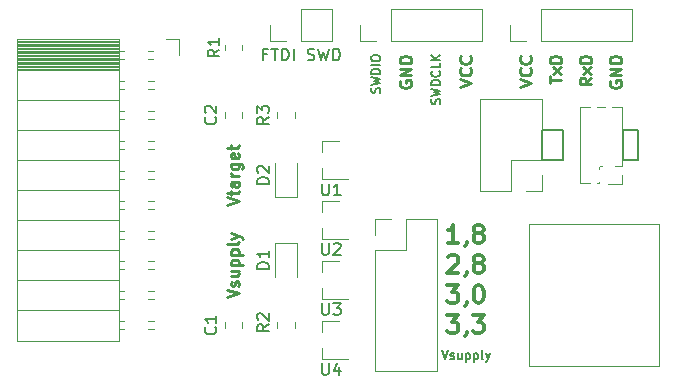
<source format=gbr>
G04 #@! TF.GenerationSoftware,KiCad,Pcbnew,(6.0.1)*
G04 #@! TF.CreationDate,2022-02-11T12:05:14+01:00*
G04 #@! TF.ProjectId,LINK,4c494e4b-2e6b-4696-9361-645f70636258,rev?*
G04 #@! TF.SameCoordinates,Original*
G04 #@! TF.FileFunction,Legend,Top*
G04 #@! TF.FilePolarity,Positive*
%FSLAX46Y46*%
G04 Gerber Fmt 4.6, Leading zero omitted, Abs format (unit mm)*
G04 Created by KiCad (PCBNEW (6.0.1)) date 2022-02-11 12:05:14*
%MOMM*%
%LPD*%
G01*
G04 APERTURE LIST*
%ADD10C,0.150000*%
%ADD11C,0.187500*%
%ADD12C,0.250000*%
%ADD13C,0.300000*%
%ADD14C,0.120000*%
G04 APERTURE END LIST*
D10*
X165735000Y-74930000D02*
X167005000Y-74930000D01*
X167005000Y-74930000D02*
X167005000Y-77470000D01*
X167005000Y-77470000D02*
X165735000Y-77470000D01*
X165735000Y-77470000D02*
X165735000Y-74930000D01*
X158810000Y-74900000D02*
X160655000Y-74900000D01*
X160655000Y-74900000D02*
X160655000Y-77470000D01*
X160655000Y-77470000D02*
X158810000Y-77470000D01*
X158810000Y-77470000D02*
X158810000Y-74900000D01*
D11*
X150163571Y-72733589D02*
X150199285Y-72626446D01*
X150199285Y-72447875D01*
X150163571Y-72376446D01*
X150127857Y-72340732D01*
X150056428Y-72305017D01*
X149985000Y-72305017D01*
X149913571Y-72340732D01*
X149877857Y-72376446D01*
X149842142Y-72447875D01*
X149806428Y-72590732D01*
X149770714Y-72662160D01*
X149735000Y-72697875D01*
X149663571Y-72733589D01*
X149592142Y-72733589D01*
X149520714Y-72697875D01*
X149485000Y-72662160D01*
X149449285Y-72590732D01*
X149449285Y-72412160D01*
X149485000Y-72305017D01*
X149449285Y-72055017D02*
X150199285Y-71876446D01*
X149663571Y-71733589D01*
X150199285Y-71590732D01*
X149449285Y-71412160D01*
X150199285Y-71126446D02*
X149449285Y-71126446D01*
X149449285Y-70947875D01*
X149485000Y-70840732D01*
X149556428Y-70769303D01*
X149627857Y-70733589D01*
X149770714Y-70697875D01*
X149877857Y-70697875D01*
X150020714Y-70733589D01*
X150092142Y-70769303D01*
X150163571Y-70840732D01*
X150199285Y-70947875D01*
X150199285Y-71126446D01*
X150127857Y-69947875D02*
X150163571Y-69983589D01*
X150199285Y-70090732D01*
X150199285Y-70162160D01*
X150163571Y-70269303D01*
X150092142Y-70340732D01*
X150020714Y-70376446D01*
X149877857Y-70412160D01*
X149770714Y-70412160D01*
X149627857Y-70376446D01*
X149556428Y-70340732D01*
X149485000Y-70269303D01*
X149449285Y-70162160D01*
X149449285Y-70090732D01*
X149485000Y-69983589D01*
X149520714Y-69947875D01*
X150199285Y-69269303D02*
X150199285Y-69626446D01*
X149449285Y-69626446D01*
X150199285Y-69019303D02*
X149449285Y-69019303D01*
X150199285Y-68590732D02*
X149770714Y-68912160D01*
X149449285Y-68590732D02*
X149877857Y-69019303D01*
D12*
X151852380Y-71250404D02*
X152852380Y-70917071D01*
X151852380Y-70583738D01*
X152757142Y-69678976D02*
X152804761Y-69726595D01*
X152852380Y-69869452D01*
X152852380Y-69964690D01*
X152804761Y-70107547D01*
X152709523Y-70202785D01*
X152614285Y-70250404D01*
X152423809Y-70298023D01*
X152280952Y-70298023D01*
X152090476Y-70250404D01*
X151995238Y-70202785D01*
X151900000Y-70107547D01*
X151852380Y-69964690D01*
X151852380Y-69869452D01*
X151900000Y-69726595D01*
X151947619Y-69678976D01*
X152757142Y-68678976D02*
X152804761Y-68726595D01*
X152852380Y-68869452D01*
X152852380Y-68964690D01*
X152804761Y-69107547D01*
X152709523Y-69202785D01*
X152614285Y-69250404D01*
X152423809Y-69298023D01*
X152280952Y-69298023D01*
X152090476Y-69250404D01*
X151995238Y-69202785D01*
X151900000Y-69107547D01*
X151852380Y-68964690D01*
X151852380Y-68869452D01*
X151900000Y-68726595D01*
X151947619Y-68678976D01*
X156932380Y-71250404D02*
X157932380Y-70917071D01*
X156932380Y-70583738D01*
X157837142Y-69678976D02*
X157884761Y-69726595D01*
X157932380Y-69869452D01*
X157932380Y-69964690D01*
X157884761Y-70107547D01*
X157789523Y-70202785D01*
X157694285Y-70250404D01*
X157503809Y-70298023D01*
X157360952Y-70298023D01*
X157170476Y-70250404D01*
X157075238Y-70202785D01*
X156980000Y-70107547D01*
X156932380Y-69964690D01*
X156932380Y-69869452D01*
X156980000Y-69726595D01*
X157027619Y-69678976D01*
X157837142Y-68678976D02*
X157884761Y-68726595D01*
X157932380Y-68869452D01*
X157932380Y-68964690D01*
X157884761Y-69107547D01*
X157789523Y-69202785D01*
X157694285Y-69250404D01*
X157503809Y-69298023D01*
X157360952Y-69298023D01*
X157170476Y-69250404D01*
X157075238Y-69202785D01*
X156980000Y-69107547D01*
X156932380Y-68964690D01*
X156932380Y-68869452D01*
X156980000Y-68726595D01*
X157027619Y-68678976D01*
X164600000Y-70774214D02*
X164552380Y-70869452D01*
X164552380Y-71012309D01*
X164600000Y-71155166D01*
X164695238Y-71250404D01*
X164790476Y-71298023D01*
X164980952Y-71345642D01*
X165123809Y-71345642D01*
X165314285Y-71298023D01*
X165409523Y-71250404D01*
X165504761Y-71155166D01*
X165552380Y-71012309D01*
X165552380Y-70917071D01*
X165504761Y-70774214D01*
X165457142Y-70726595D01*
X165123809Y-70726595D01*
X165123809Y-70917071D01*
X165552380Y-70298023D02*
X164552380Y-70298023D01*
X165552380Y-69726595D01*
X164552380Y-69726595D01*
X165552380Y-69250404D02*
X164552380Y-69250404D01*
X164552380Y-69012309D01*
X164600000Y-68869452D01*
X164695238Y-68774214D01*
X164790476Y-68726595D01*
X164980952Y-68678976D01*
X165123809Y-68678976D01*
X165314285Y-68726595D01*
X165409523Y-68774214D01*
X165504761Y-68869452D01*
X165552380Y-69012309D01*
X165552380Y-69250404D01*
X163012380Y-70488500D02*
X162536190Y-70821833D01*
X163012380Y-71059928D02*
X162012380Y-71059928D01*
X162012380Y-70678976D01*
X162060000Y-70583738D01*
X162107619Y-70536119D01*
X162202857Y-70488500D01*
X162345714Y-70488500D01*
X162440952Y-70536119D01*
X162488571Y-70583738D01*
X162536190Y-70678976D01*
X162536190Y-71059928D01*
X163012380Y-70155166D02*
X162345714Y-69631357D01*
X162345714Y-70155166D02*
X163012380Y-69631357D01*
X163012380Y-69250404D02*
X162012380Y-69250404D01*
X162012380Y-69012309D01*
X162060000Y-68869452D01*
X162155238Y-68774214D01*
X162250476Y-68726595D01*
X162440952Y-68678976D01*
X162583809Y-68678976D01*
X162774285Y-68726595D01*
X162869523Y-68774214D01*
X162964761Y-68869452D01*
X163012380Y-69012309D01*
X163012380Y-69250404D01*
X159472380Y-70964690D02*
X159472380Y-70393261D01*
X160472380Y-70678976D02*
X159472380Y-70678976D01*
X160472380Y-70155166D02*
X159805714Y-69631357D01*
X159805714Y-70155166D02*
X160472380Y-69631357D01*
X160472380Y-69250404D02*
X159472380Y-69250404D01*
X159472380Y-69012309D01*
X159520000Y-68869452D01*
X159615238Y-68774214D01*
X159710476Y-68726595D01*
X159900952Y-68678976D01*
X160043809Y-68678976D01*
X160234285Y-68726595D01*
X160329523Y-68774214D01*
X160424761Y-68869452D01*
X160472380Y-69012309D01*
X160472380Y-69250404D01*
D10*
X135525238Y-68508571D02*
X135191904Y-68508571D01*
X135191904Y-69032380D02*
X135191904Y-68032380D01*
X135668095Y-68032380D01*
X135906190Y-68032380D02*
X136477619Y-68032380D01*
X136191904Y-69032380D02*
X136191904Y-68032380D01*
X136810952Y-69032380D02*
X136810952Y-68032380D01*
X137049047Y-68032380D01*
X137191904Y-68080000D01*
X137287142Y-68175238D01*
X137334761Y-68270476D01*
X137382380Y-68460952D01*
X137382380Y-68603809D01*
X137334761Y-68794285D01*
X137287142Y-68889523D01*
X137191904Y-68984761D01*
X137049047Y-69032380D01*
X136810952Y-69032380D01*
X137810952Y-69032380D02*
X137810952Y-68032380D01*
X139001428Y-68984761D02*
X139144285Y-69032380D01*
X139382380Y-69032380D01*
X139477619Y-68984761D01*
X139525238Y-68937142D01*
X139572857Y-68841904D01*
X139572857Y-68746666D01*
X139525238Y-68651428D01*
X139477619Y-68603809D01*
X139382380Y-68556190D01*
X139191904Y-68508571D01*
X139096666Y-68460952D01*
X139049047Y-68413333D01*
X139001428Y-68318095D01*
X139001428Y-68222857D01*
X139049047Y-68127619D01*
X139096666Y-68080000D01*
X139191904Y-68032380D01*
X139430000Y-68032380D01*
X139572857Y-68080000D01*
X139906190Y-68032380D02*
X140144285Y-69032380D01*
X140334761Y-68318095D01*
X140525238Y-69032380D01*
X140763333Y-68032380D01*
X141144285Y-69032380D02*
X141144285Y-68032380D01*
X141382380Y-68032380D01*
X141525238Y-68080000D01*
X141620476Y-68175238D01*
X141668095Y-68270476D01*
X141715714Y-68460952D01*
X141715714Y-68603809D01*
X141668095Y-68794285D01*
X141620476Y-68889523D01*
X141525238Y-68984761D01*
X141382380Y-69032380D01*
X141144285Y-69032380D01*
D13*
X150828571Y-90618571D02*
X151757142Y-90618571D01*
X151257142Y-91190000D01*
X151471428Y-91190000D01*
X151614285Y-91261428D01*
X151685714Y-91332857D01*
X151757142Y-91475714D01*
X151757142Y-91832857D01*
X151685714Y-91975714D01*
X151614285Y-92047142D01*
X151471428Y-92118571D01*
X151042857Y-92118571D01*
X150900000Y-92047142D01*
X150828571Y-91975714D01*
X152471428Y-92047142D02*
X152471428Y-92118571D01*
X152400000Y-92261428D01*
X152328571Y-92332857D01*
X152971428Y-90618571D02*
X153900000Y-90618571D01*
X153400000Y-91190000D01*
X153614285Y-91190000D01*
X153757142Y-91261428D01*
X153828571Y-91332857D01*
X153900000Y-91475714D01*
X153900000Y-91832857D01*
X153828571Y-91975714D01*
X153757142Y-92047142D01*
X153614285Y-92118571D01*
X153185714Y-92118571D01*
X153042857Y-92047142D01*
X152971428Y-91975714D01*
D11*
X145083571Y-71769303D02*
X145119285Y-71662160D01*
X145119285Y-71483589D01*
X145083571Y-71412160D01*
X145047857Y-71376446D01*
X144976428Y-71340732D01*
X144905000Y-71340732D01*
X144833571Y-71376446D01*
X144797857Y-71412160D01*
X144762142Y-71483589D01*
X144726428Y-71626446D01*
X144690714Y-71697875D01*
X144655000Y-71733589D01*
X144583571Y-71769303D01*
X144512142Y-71769303D01*
X144440714Y-71733589D01*
X144405000Y-71697875D01*
X144369285Y-71626446D01*
X144369285Y-71447875D01*
X144405000Y-71340732D01*
X144369285Y-71090732D02*
X145119285Y-70912160D01*
X144583571Y-70769303D01*
X145119285Y-70626446D01*
X144369285Y-70447875D01*
X145119285Y-70162160D02*
X144369285Y-70162160D01*
X144369285Y-69983589D01*
X144405000Y-69876446D01*
X144476428Y-69805017D01*
X144547857Y-69769303D01*
X144690714Y-69733589D01*
X144797857Y-69733589D01*
X144940714Y-69769303D01*
X145012142Y-69805017D01*
X145083571Y-69876446D01*
X145119285Y-69983589D01*
X145119285Y-70162160D01*
X145119285Y-69412160D02*
X144369285Y-69412160D01*
X144369285Y-68912160D02*
X144369285Y-68769303D01*
X144405000Y-68697875D01*
X144476428Y-68626446D01*
X144619285Y-68590732D01*
X144869285Y-68590732D01*
X145012142Y-68626446D01*
X145083571Y-68697875D01*
X145119285Y-68769303D01*
X145119285Y-68912160D01*
X145083571Y-68983589D01*
X145012142Y-69055017D01*
X144869285Y-69090732D01*
X144619285Y-69090732D01*
X144476428Y-69055017D01*
X144405000Y-68983589D01*
X144369285Y-68912160D01*
D12*
X132167380Y-81287619D02*
X133167380Y-80954285D01*
X132167380Y-80620952D01*
X132500714Y-80430476D02*
X132500714Y-80049523D01*
X132167380Y-80287619D02*
X133024523Y-80287619D01*
X133119761Y-80240000D01*
X133167380Y-80144761D01*
X133167380Y-80049523D01*
X133167380Y-79287619D02*
X132643571Y-79287619D01*
X132548333Y-79335238D01*
X132500714Y-79430476D01*
X132500714Y-79620952D01*
X132548333Y-79716190D01*
X133119761Y-79287619D02*
X133167380Y-79382857D01*
X133167380Y-79620952D01*
X133119761Y-79716190D01*
X133024523Y-79763809D01*
X132929285Y-79763809D01*
X132834047Y-79716190D01*
X132786428Y-79620952D01*
X132786428Y-79382857D01*
X132738809Y-79287619D01*
X133167380Y-78811428D02*
X132500714Y-78811428D01*
X132691190Y-78811428D02*
X132595952Y-78763809D01*
X132548333Y-78716190D01*
X132500714Y-78620952D01*
X132500714Y-78525714D01*
X132500714Y-77763809D02*
X133310238Y-77763809D01*
X133405476Y-77811428D01*
X133453095Y-77859047D01*
X133500714Y-77954285D01*
X133500714Y-78097142D01*
X133453095Y-78192380D01*
X133119761Y-77763809D02*
X133167380Y-77859047D01*
X133167380Y-78049523D01*
X133119761Y-78144761D01*
X133072142Y-78192380D01*
X132976904Y-78240000D01*
X132691190Y-78240000D01*
X132595952Y-78192380D01*
X132548333Y-78144761D01*
X132500714Y-78049523D01*
X132500714Y-77859047D01*
X132548333Y-77763809D01*
X133119761Y-76906666D02*
X133167380Y-77001904D01*
X133167380Y-77192380D01*
X133119761Y-77287619D01*
X133024523Y-77335238D01*
X132643571Y-77335238D01*
X132548333Y-77287619D01*
X132500714Y-77192380D01*
X132500714Y-77001904D01*
X132548333Y-76906666D01*
X132643571Y-76859047D01*
X132738809Y-76859047D01*
X132834047Y-77335238D01*
X132500714Y-76573333D02*
X132500714Y-76192380D01*
X132167380Y-76430476D02*
X133024523Y-76430476D01*
X133119761Y-76382857D01*
X133167380Y-76287619D01*
X133167380Y-76192380D01*
D13*
X150828571Y-88078571D02*
X151757142Y-88078571D01*
X151257142Y-88650000D01*
X151471428Y-88650000D01*
X151614285Y-88721428D01*
X151685714Y-88792857D01*
X151757142Y-88935714D01*
X151757142Y-89292857D01*
X151685714Y-89435714D01*
X151614285Y-89507142D01*
X151471428Y-89578571D01*
X151042857Y-89578571D01*
X150900000Y-89507142D01*
X150828571Y-89435714D01*
X152471428Y-89507142D02*
X152471428Y-89578571D01*
X152400000Y-89721428D01*
X152328571Y-89792857D01*
X153400000Y-88078571D02*
X153542857Y-88078571D01*
X153685714Y-88150000D01*
X153757142Y-88221428D01*
X153828571Y-88364285D01*
X153900000Y-88650000D01*
X153900000Y-89007142D01*
X153828571Y-89292857D01*
X153757142Y-89435714D01*
X153685714Y-89507142D01*
X153542857Y-89578571D01*
X153400000Y-89578571D01*
X153257142Y-89507142D01*
X153185714Y-89435714D01*
X153114285Y-89292857D01*
X153042857Y-89007142D01*
X153042857Y-88650000D01*
X153114285Y-88364285D01*
X153185714Y-88221428D01*
X153257142Y-88150000D01*
X153400000Y-88078571D01*
X150900000Y-85681428D02*
X150971428Y-85610000D01*
X151114285Y-85538571D01*
X151471428Y-85538571D01*
X151614285Y-85610000D01*
X151685714Y-85681428D01*
X151757142Y-85824285D01*
X151757142Y-85967142D01*
X151685714Y-86181428D01*
X150828571Y-87038571D01*
X151757142Y-87038571D01*
X152471428Y-86967142D02*
X152471428Y-87038571D01*
X152400000Y-87181428D01*
X152328571Y-87252857D01*
X153328571Y-86181428D02*
X153185714Y-86110000D01*
X153114285Y-86038571D01*
X153042857Y-85895714D01*
X153042857Y-85824285D01*
X153114285Y-85681428D01*
X153185714Y-85610000D01*
X153328571Y-85538571D01*
X153614285Y-85538571D01*
X153757142Y-85610000D01*
X153828571Y-85681428D01*
X153900000Y-85824285D01*
X153900000Y-85895714D01*
X153828571Y-86038571D01*
X153757142Y-86110000D01*
X153614285Y-86181428D01*
X153328571Y-86181428D01*
X153185714Y-86252857D01*
X153114285Y-86324285D01*
X153042857Y-86467142D01*
X153042857Y-86752857D01*
X153114285Y-86895714D01*
X153185714Y-86967142D01*
X153328571Y-87038571D01*
X153614285Y-87038571D01*
X153757142Y-86967142D01*
X153828571Y-86895714D01*
X153900000Y-86752857D01*
X153900000Y-86467142D01*
X153828571Y-86324285D01*
X153757142Y-86252857D01*
X153614285Y-86181428D01*
D11*
X150346428Y-93569285D02*
X150596428Y-94319285D01*
X150846428Y-93569285D01*
X151060714Y-94283571D02*
X151132142Y-94319285D01*
X151275000Y-94319285D01*
X151346428Y-94283571D01*
X151382142Y-94212142D01*
X151382142Y-94176428D01*
X151346428Y-94105000D01*
X151275000Y-94069285D01*
X151167857Y-94069285D01*
X151096428Y-94033571D01*
X151060714Y-93962142D01*
X151060714Y-93926428D01*
X151096428Y-93855000D01*
X151167857Y-93819285D01*
X151275000Y-93819285D01*
X151346428Y-93855000D01*
X152025000Y-93819285D02*
X152025000Y-94319285D01*
X151703571Y-93819285D02*
X151703571Y-94212142D01*
X151739285Y-94283571D01*
X151810714Y-94319285D01*
X151917857Y-94319285D01*
X151989285Y-94283571D01*
X152025000Y-94247857D01*
X152382142Y-93819285D02*
X152382142Y-94569285D01*
X152382142Y-93855000D02*
X152453571Y-93819285D01*
X152596428Y-93819285D01*
X152667857Y-93855000D01*
X152703571Y-93890714D01*
X152739285Y-93962142D01*
X152739285Y-94176428D01*
X152703571Y-94247857D01*
X152667857Y-94283571D01*
X152596428Y-94319285D01*
X152453571Y-94319285D01*
X152382142Y-94283571D01*
X153060714Y-93819285D02*
X153060714Y-94569285D01*
X153060714Y-93855000D02*
X153132142Y-93819285D01*
X153275000Y-93819285D01*
X153346428Y-93855000D01*
X153382142Y-93890714D01*
X153417857Y-93962142D01*
X153417857Y-94176428D01*
X153382142Y-94247857D01*
X153346428Y-94283571D01*
X153275000Y-94319285D01*
X153132142Y-94319285D01*
X153060714Y-94283571D01*
X153846428Y-94319285D02*
X153775000Y-94283571D01*
X153739285Y-94212142D01*
X153739285Y-93569285D01*
X154060714Y-93819285D02*
X154239285Y-94319285D01*
X154417857Y-93819285D02*
X154239285Y-94319285D01*
X154167857Y-94497857D01*
X154132142Y-94533571D01*
X154060714Y-94569285D01*
D12*
X146820000Y-70774214D02*
X146772380Y-70869452D01*
X146772380Y-71012309D01*
X146820000Y-71155166D01*
X146915238Y-71250404D01*
X147010476Y-71298023D01*
X147200952Y-71345642D01*
X147343809Y-71345642D01*
X147534285Y-71298023D01*
X147629523Y-71250404D01*
X147724761Y-71155166D01*
X147772380Y-71012309D01*
X147772380Y-70917071D01*
X147724761Y-70774214D01*
X147677142Y-70726595D01*
X147343809Y-70726595D01*
X147343809Y-70917071D01*
X147772380Y-70298023D02*
X146772380Y-70298023D01*
X147772380Y-69726595D01*
X146772380Y-69726595D01*
X147772380Y-69250404D02*
X146772380Y-69250404D01*
X146772380Y-69012309D01*
X146820000Y-68869452D01*
X146915238Y-68774214D01*
X147010476Y-68726595D01*
X147200952Y-68678976D01*
X147343809Y-68678976D01*
X147534285Y-68726595D01*
X147629523Y-68774214D01*
X147724761Y-68869452D01*
X147772380Y-69012309D01*
X147772380Y-69250404D01*
X132167380Y-89098095D02*
X133167380Y-88764761D01*
X132167380Y-88431428D01*
X133119761Y-88145714D02*
X133167380Y-88050476D01*
X133167380Y-87860000D01*
X133119761Y-87764761D01*
X133024523Y-87717142D01*
X132976904Y-87717142D01*
X132881666Y-87764761D01*
X132834047Y-87860000D01*
X132834047Y-88002857D01*
X132786428Y-88098095D01*
X132691190Y-88145714D01*
X132643571Y-88145714D01*
X132548333Y-88098095D01*
X132500714Y-88002857D01*
X132500714Y-87860000D01*
X132548333Y-87764761D01*
X132500714Y-86860000D02*
X133167380Y-86860000D01*
X132500714Y-87288571D02*
X133024523Y-87288571D01*
X133119761Y-87240952D01*
X133167380Y-87145714D01*
X133167380Y-87002857D01*
X133119761Y-86907619D01*
X133072142Y-86860000D01*
X132500714Y-86383809D02*
X133500714Y-86383809D01*
X132548333Y-86383809D02*
X132500714Y-86288571D01*
X132500714Y-86098095D01*
X132548333Y-86002857D01*
X132595952Y-85955238D01*
X132691190Y-85907619D01*
X132976904Y-85907619D01*
X133072142Y-85955238D01*
X133119761Y-86002857D01*
X133167380Y-86098095D01*
X133167380Y-86288571D01*
X133119761Y-86383809D01*
X132500714Y-85479047D02*
X133500714Y-85479047D01*
X132548333Y-85479047D02*
X132500714Y-85383809D01*
X132500714Y-85193333D01*
X132548333Y-85098095D01*
X132595952Y-85050476D01*
X132691190Y-85002857D01*
X132976904Y-85002857D01*
X133072142Y-85050476D01*
X133119761Y-85098095D01*
X133167380Y-85193333D01*
X133167380Y-85383809D01*
X133119761Y-85479047D01*
X133167380Y-84431428D02*
X133119761Y-84526666D01*
X133024523Y-84574285D01*
X132167380Y-84574285D01*
X132500714Y-84145714D02*
X133167380Y-83907619D01*
X132500714Y-83669523D02*
X133167380Y-83907619D01*
X133405476Y-84002857D01*
X133453095Y-84050476D01*
X133500714Y-84145714D01*
D13*
X151757142Y-84498571D02*
X150900000Y-84498571D01*
X151328571Y-84498571D02*
X151328571Y-82998571D01*
X151185714Y-83212857D01*
X151042857Y-83355714D01*
X150900000Y-83427142D01*
X152471428Y-84427142D02*
X152471428Y-84498571D01*
X152400000Y-84641428D01*
X152328571Y-84712857D01*
X153328571Y-83641428D02*
X153185714Y-83570000D01*
X153114285Y-83498571D01*
X153042857Y-83355714D01*
X153042857Y-83284285D01*
X153114285Y-83141428D01*
X153185714Y-83070000D01*
X153328571Y-82998571D01*
X153614285Y-82998571D01*
X153757142Y-83070000D01*
X153828571Y-83141428D01*
X153900000Y-83284285D01*
X153900000Y-83355714D01*
X153828571Y-83498571D01*
X153757142Y-83570000D01*
X153614285Y-83641428D01*
X153328571Y-83641428D01*
X153185714Y-83712857D01*
X153114285Y-83784285D01*
X153042857Y-83927142D01*
X153042857Y-84212857D01*
X153114285Y-84355714D01*
X153185714Y-84427142D01*
X153328571Y-84498571D01*
X153614285Y-84498571D01*
X153757142Y-84427142D01*
X153828571Y-84355714D01*
X153900000Y-84212857D01*
X153900000Y-83927142D01*
X153828571Y-83784285D01*
X153757142Y-83712857D01*
X153614285Y-83641428D01*
D10*
X135707380Y-73826666D02*
X135231190Y-74160000D01*
X135707380Y-74398095D02*
X134707380Y-74398095D01*
X134707380Y-74017142D01*
X134755000Y-73921904D01*
X134802619Y-73874285D01*
X134897857Y-73826666D01*
X135040714Y-73826666D01*
X135135952Y-73874285D01*
X135183571Y-73921904D01*
X135231190Y-74017142D01*
X135231190Y-74398095D01*
X134707380Y-73493333D02*
X134707380Y-72874285D01*
X135088333Y-73207619D01*
X135088333Y-73064761D01*
X135135952Y-72969523D01*
X135183571Y-72921904D01*
X135278809Y-72874285D01*
X135516904Y-72874285D01*
X135612142Y-72921904D01*
X135659761Y-72969523D01*
X135707380Y-73064761D01*
X135707380Y-73350476D01*
X135659761Y-73445714D01*
X135612142Y-73493333D01*
X135707380Y-86668095D02*
X134707380Y-86668095D01*
X134707380Y-86430000D01*
X134755000Y-86287142D01*
X134850238Y-86191904D01*
X134945476Y-86144285D01*
X135135952Y-86096666D01*
X135278809Y-86096666D01*
X135469285Y-86144285D01*
X135564523Y-86191904D01*
X135659761Y-86287142D01*
X135707380Y-86430000D01*
X135707380Y-86668095D01*
X135707380Y-85144285D02*
X135707380Y-85715714D01*
X135707380Y-85430000D02*
X134707380Y-85430000D01*
X134850238Y-85525238D01*
X134945476Y-85620476D01*
X134993095Y-85715714D01*
X135707380Y-79478095D02*
X134707380Y-79478095D01*
X134707380Y-79240000D01*
X134755000Y-79097142D01*
X134850238Y-79001904D01*
X134945476Y-78954285D01*
X135135952Y-78906666D01*
X135278809Y-78906666D01*
X135469285Y-78954285D01*
X135564523Y-79001904D01*
X135659761Y-79097142D01*
X135707380Y-79240000D01*
X135707380Y-79478095D01*
X134802619Y-78525714D02*
X134755000Y-78478095D01*
X134707380Y-78382857D01*
X134707380Y-78144761D01*
X134755000Y-78049523D01*
X134802619Y-78001904D01*
X134897857Y-77954285D01*
X134993095Y-77954285D01*
X135135952Y-78001904D01*
X135707380Y-78573333D01*
X135707380Y-77954285D01*
X131167142Y-91606666D02*
X131214761Y-91654285D01*
X131262380Y-91797142D01*
X131262380Y-91892380D01*
X131214761Y-92035238D01*
X131119523Y-92130476D01*
X131024285Y-92178095D01*
X130833809Y-92225714D01*
X130690952Y-92225714D01*
X130500476Y-92178095D01*
X130405238Y-92130476D01*
X130310000Y-92035238D01*
X130262380Y-91892380D01*
X130262380Y-91797142D01*
X130310000Y-91654285D01*
X130357619Y-91606666D01*
X131262380Y-90654285D02*
X131262380Y-91225714D01*
X131262380Y-90940000D02*
X130262380Y-90940000D01*
X130405238Y-91035238D01*
X130500476Y-91130476D01*
X130548095Y-91225714D01*
X131167142Y-73826666D02*
X131214761Y-73874285D01*
X131262380Y-74017142D01*
X131262380Y-74112380D01*
X131214761Y-74255238D01*
X131119523Y-74350476D01*
X131024285Y-74398095D01*
X130833809Y-74445714D01*
X130690952Y-74445714D01*
X130500476Y-74398095D01*
X130405238Y-74350476D01*
X130310000Y-74255238D01*
X130262380Y-74112380D01*
X130262380Y-74017142D01*
X130310000Y-73874285D01*
X130357619Y-73826666D01*
X130357619Y-73445714D02*
X130310000Y-73398095D01*
X130262380Y-73302857D01*
X130262380Y-73064761D01*
X130310000Y-72969523D01*
X130357619Y-72921904D01*
X130452857Y-72874285D01*
X130548095Y-72874285D01*
X130690952Y-72921904D01*
X131262380Y-73493333D01*
X131262380Y-72874285D01*
X135707380Y-91389166D02*
X135231190Y-91722500D01*
X135707380Y-91960595D02*
X134707380Y-91960595D01*
X134707380Y-91579642D01*
X134755000Y-91484404D01*
X134802619Y-91436785D01*
X134897857Y-91389166D01*
X135040714Y-91389166D01*
X135135952Y-91436785D01*
X135183571Y-91484404D01*
X135231190Y-91579642D01*
X135231190Y-91960595D01*
X134802619Y-91008214D02*
X134755000Y-90960595D01*
X134707380Y-90865357D01*
X134707380Y-90627261D01*
X134755000Y-90532023D01*
X134802619Y-90484404D01*
X134897857Y-90436785D01*
X134993095Y-90436785D01*
X135135952Y-90484404D01*
X135707380Y-91055833D01*
X135707380Y-90436785D01*
X140208095Y-94662380D02*
X140208095Y-95471904D01*
X140255714Y-95567142D01*
X140303333Y-95614761D01*
X140398571Y-95662380D01*
X140589047Y-95662380D01*
X140684285Y-95614761D01*
X140731904Y-95567142D01*
X140779523Y-95471904D01*
X140779523Y-94662380D01*
X141684285Y-94995714D02*
X141684285Y-95662380D01*
X141446190Y-94614761D02*
X141208095Y-95329047D01*
X141827142Y-95329047D01*
X140208095Y-89582380D02*
X140208095Y-90391904D01*
X140255714Y-90487142D01*
X140303333Y-90534761D01*
X140398571Y-90582380D01*
X140589047Y-90582380D01*
X140684285Y-90534761D01*
X140731904Y-90487142D01*
X140779523Y-90391904D01*
X140779523Y-89582380D01*
X141160476Y-89582380D02*
X141779523Y-89582380D01*
X141446190Y-89963333D01*
X141589047Y-89963333D01*
X141684285Y-90010952D01*
X141731904Y-90058571D01*
X141779523Y-90153809D01*
X141779523Y-90391904D01*
X141731904Y-90487142D01*
X141684285Y-90534761D01*
X141589047Y-90582380D01*
X141303333Y-90582380D01*
X141208095Y-90534761D01*
X141160476Y-90487142D01*
X140208095Y-84502380D02*
X140208095Y-85311904D01*
X140255714Y-85407142D01*
X140303333Y-85454761D01*
X140398571Y-85502380D01*
X140589047Y-85502380D01*
X140684285Y-85454761D01*
X140731904Y-85407142D01*
X140779523Y-85311904D01*
X140779523Y-84502380D01*
X141208095Y-84597619D02*
X141255714Y-84550000D01*
X141350952Y-84502380D01*
X141589047Y-84502380D01*
X141684285Y-84550000D01*
X141731904Y-84597619D01*
X141779523Y-84692857D01*
X141779523Y-84788095D01*
X141731904Y-84930952D01*
X141160476Y-85502380D01*
X141779523Y-85502380D01*
X140208095Y-79462380D02*
X140208095Y-80271904D01*
X140255714Y-80367142D01*
X140303333Y-80414761D01*
X140398571Y-80462380D01*
X140589047Y-80462380D01*
X140684285Y-80414761D01*
X140731904Y-80367142D01*
X140779523Y-80271904D01*
X140779523Y-79462380D01*
X141779523Y-80462380D02*
X141208095Y-80462380D01*
X141493809Y-80462380D02*
X141493809Y-79462380D01*
X141398571Y-79605238D01*
X141303333Y-79700476D01*
X141208095Y-79748095D01*
X131517380Y-68111666D02*
X131041190Y-68445000D01*
X131517380Y-68683095D02*
X130517380Y-68683095D01*
X130517380Y-68302142D01*
X130565000Y-68206904D01*
X130612619Y-68159285D01*
X130707857Y-68111666D01*
X130850714Y-68111666D01*
X130945952Y-68159285D01*
X130993571Y-68206904D01*
X131041190Y-68302142D01*
X131041190Y-68683095D01*
X131517380Y-67159285D02*
X131517380Y-67730714D01*
X131517380Y-67445000D02*
X130517380Y-67445000D01*
X130660238Y-67540238D01*
X130755476Y-67635476D01*
X130803095Y-67730714D01*
D14*
X157750000Y-82900000D02*
X163750000Y-82900000D01*
X157750000Y-94900000D02*
X157750000Y-82900000D01*
X163750000Y-94900000D02*
X157750000Y-94900000D01*
X168750000Y-82900000D02*
X168750000Y-94900000D01*
X168750000Y-94900000D02*
X163750000Y-94900000D01*
X163750000Y-82900000D02*
X168750000Y-82900000D01*
X136425000Y-73432936D02*
X136425000Y-73887064D01*
X137895000Y-73432936D02*
X137895000Y-73887064D01*
X136200000Y-84500000D02*
X136200000Y-87360000D01*
X138120000Y-84500000D02*
X136200000Y-84500000D01*
X138120000Y-87360000D02*
X138120000Y-84500000D01*
X136200000Y-80600000D02*
X138120000Y-80600000D01*
X136200000Y-77740000D02*
X136200000Y-80600000D01*
X138120000Y-80600000D02*
X138120000Y-77740000D01*
X125510000Y-74020000D02*
X125950000Y-74020000D01*
X123000000Y-81640000D02*
X123410000Y-81640000D01*
X123000000Y-71480000D02*
X123410000Y-71480000D01*
X114370000Y-69023330D02*
X123000000Y-69023330D01*
X123000000Y-91080000D02*
X123410000Y-91080000D01*
X114370000Y-68078570D02*
X123000000Y-68078570D01*
X123000000Y-89260000D02*
X123410000Y-89260000D01*
X114370000Y-68432855D02*
X123000000Y-68432855D01*
X125510000Y-83460000D02*
X125950000Y-83460000D01*
X114370000Y-67250000D02*
X123000000Y-67250000D01*
X123000000Y-74020000D02*
X123410000Y-74020000D01*
X125510000Y-84180000D02*
X125950000Y-84180000D01*
X114370000Y-90170000D02*
X123000000Y-90170000D01*
X123000000Y-68940000D02*
X123410000Y-68940000D01*
X125510000Y-79100000D02*
X125950000Y-79100000D01*
X114370000Y-69613805D02*
X123000000Y-69613805D01*
X123000000Y-84180000D02*
X123410000Y-84180000D01*
X114370000Y-68550950D02*
X123000000Y-68550950D01*
X123000000Y-86000000D02*
X123410000Y-86000000D01*
X123000000Y-91800000D02*
X123410000Y-91800000D01*
X128110000Y-67250000D02*
X128110000Y-68580000D01*
X114370000Y-68196665D02*
X123000000Y-68196665D01*
X123000000Y-88540000D02*
X123410000Y-88540000D01*
X114370000Y-69850000D02*
X123000000Y-69850000D01*
X125510000Y-71480000D02*
X125950000Y-71480000D01*
X123000000Y-70760000D02*
X123410000Y-70760000D01*
X123000000Y-79100000D02*
X123410000Y-79100000D01*
X123000000Y-78380000D02*
X123410000Y-78380000D01*
X114370000Y-69495710D02*
X123000000Y-69495710D01*
X123000000Y-86720000D02*
X123410000Y-86720000D01*
X125510000Y-68220000D02*
X125890000Y-68220000D01*
X114370000Y-67606190D02*
X123000000Y-67606190D01*
X123000000Y-83460000D02*
X123410000Y-83460000D01*
X114370000Y-67488095D02*
X123000000Y-67488095D01*
X125510000Y-86000000D02*
X125950000Y-86000000D01*
X114370000Y-67960475D02*
X123000000Y-67960475D01*
X125510000Y-68940000D02*
X125890000Y-68940000D01*
X125510000Y-89260000D02*
X125950000Y-89260000D01*
X114370000Y-67724285D02*
X123000000Y-67724285D01*
X125510000Y-91800000D02*
X125950000Y-91800000D01*
X125510000Y-70760000D02*
X125950000Y-70760000D01*
X114370000Y-69141425D02*
X123000000Y-69141425D01*
X123000000Y-68220000D02*
X123410000Y-68220000D01*
X114370000Y-67250000D02*
X114370000Y-92770000D01*
X125510000Y-86720000D02*
X125950000Y-86720000D01*
X123000000Y-80920000D02*
X123410000Y-80920000D01*
X125510000Y-91080000D02*
X125950000Y-91080000D01*
X114370000Y-67842380D02*
X123000000Y-67842380D01*
X114370000Y-68905235D02*
X123000000Y-68905235D01*
X114370000Y-68787140D02*
X123000000Y-68787140D01*
X125510000Y-75840000D02*
X125950000Y-75840000D01*
X125510000Y-76560000D02*
X125950000Y-76560000D01*
X125510000Y-88540000D02*
X125950000Y-88540000D01*
X114370000Y-82550000D02*
X123000000Y-82550000D01*
X114370000Y-69731900D02*
X123000000Y-69731900D01*
X125510000Y-78380000D02*
X125950000Y-78380000D01*
X114370000Y-74930000D02*
X123000000Y-74930000D01*
X125510000Y-80920000D02*
X125950000Y-80920000D01*
X114370000Y-68669045D02*
X123000000Y-68669045D01*
X114370000Y-69377615D02*
X123000000Y-69377615D01*
X123000000Y-76560000D02*
X123410000Y-76560000D01*
X114370000Y-68314760D02*
X123000000Y-68314760D01*
X125510000Y-81640000D02*
X125950000Y-81640000D01*
X114370000Y-92770000D02*
X123000000Y-92770000D01*
X114370000Y-85090000D02*
X123000000Y-85090000D01*
X114370000Y-87630000D02*
X123000000Y-87630000D01*
X123000000Y-73300000D02*
X123410000Y-73300000D01*
X114370000Y-69259520D02*
X123000000Y-69259520D01*
X123000000Y-67250000D02*
X123000000Y-92770000D01*
X114370000Y-80010000D02*
X123000000Y-80010000D01*
X114370000Y-72390000D02*
X123000000Y-72390000D01*
X127000000Y-67250000D02*
X128110000Y-67250000D01*
X114370000Y-67370000D02*
X123000000Y-67370000D01*
X114370000Y-77470000D02*
X123000000Y-77470000D01*
X123000000Y-75840000D02*
X123410000Y-75840000D01*
X125510000Y-73300000D02*
X125950000Y-73300000D01*
X153730000Y-67370000D02*
X153730000Y-64710000D01*
X144780000Y-67370000D02*
X143450000Y-67370000D01*
X146050000Y-67370000D02*
X153730000Y-67370000D01*
X143450000Y-67370000D02*
X143450000Y-66040000D01*
X146050000Y-67370000D02*
X146050000Y-64710000D01*
X146050000Y-64710000D02*
X153730000Y-64710000D01*
X165585000Y-78750000D02*
X165585000Y-79510000D01*
X162877470Y-72975000D02*
X162055000Y-72975000D01*
X165585000Y-79510000D02*
X164455000Y-79510000D01*
X162877470Y-79445000D02*
X162055000Y-79445000D01*
X164147470Y-72975000D02*
X163492530Y-72975000D01*
X165585000Y-77990000D02*
X165018471Y-77990000D01*
X163695000Y-78043471D02*
X163695000Y-78186529D01*
X163695000Y-79445000D02*
X163492530Y-79445000D01*
X163891529Y-77990000D02*
X163748471Y-77990000D01*
X165585000Y-77990000D02*
X165585000Y-72975000D01*
X165585000Y-72975000D02*
X164762530Y-72975000D01*
X163695000Y-79313471D02*
X163695000Y-79445000D01*
X162055000Y-79445000D02*
X162055000Y-72975000D01*
X131980000Y-91701252D02*
X131980000Y-91178748D01*
X133450000Y-91701252D02*
X133450000Y-91178748D01*
X131980000Y-73398748D02*
X131980000Y-73921252D01*
X133450000Y-73398748D02*
X133450000Y-73921252D01*
X158750000Y-67370000D02*
X158750000Y-64710000D01*
X158750000Y-64710000D02*
X166430000Y-64710000D01*
X156150000Y-67370000D02*
X156150000Y-66040000D01*
X157480000Y-67370000D02*
X156150000Y-67370000D01*
X166430000Y-67370000D02*
X166430000Y-64710000D01*
X158750000Y-67370000D02*
X166430000Y-67370000D01*
X136425000Y-91667064D02*
X136425000Y-91212936D01*
X137895000Y-91667064D02*
X137895000Y-91212936D01*
X158810000Y-80070000D02*
X157480000Y-80070000D01*
X158810000Y-77470000D02*
X156210000Y-77470000D01*
X156210000Y-77470000D02*
X156210000Y-80070000D01*
X158810000Y-72330000D02*
X153610000Y-72330000D01*
X156210000Y-80070000D02*
X153610000Y-80070000D01*
X158810000Y-77470000D02*
X158810000Y-72330000D01*
X153610000Y-80070000D02*
X153610000Y-72330000D01*
X158810000Y-78740000D02*
X158810000Y-80070000D01*
X144720000Y-83820000D02*
X144720000Y-82490000D01*
X149920000Y-82490000D02*
X149920000Y-95310000D01*
X147320000Y-85090000D02*
X147320000Y-82490000D01*
X144720000Y-85090000D02*
X147320000Y-85090000D01*
X147320000Y-82490000D02*
X149920000Y-82490000D01*
X144720000Y-82490000D02*
X146050000Y-82490000D01*
X144720000Y-85090000D02*
X144720000Y-95310000D01*
X144720000Y-95310000D02*
X149920000Y-95310000D01*
X140210000Y-94290000D02*
X140210000Y-93360000D01*
X140210000Y-94290000D02*
X142370000Y-94290000D01*
X140210000Y-91130000D02*
X141670000Y-91130000D01*
X140210000Y-91130000D02*
X140210000Y-92060000D01*
X140210000Y-89210000D02*
X140210000Y-88280000D01*
X140210000Y-86050000D02*
X140210000Y-86980000D01*
X140210000Y-89210000D02*
X142370000Y-89210000D01*
X140210000Y-86050000D02*
X141670000Y-86050000D01*
X140210000Y-84130000D02*
X140210000Y-83200000D01*
X140210000Y-80970000D02*
X140210000Y-81900000D01*
X140210000Y-84130000D02*
X142370000Y-84130000D01*
X140210000Y-80970000D02*
X141670000Y-80970000D01*
X140210000Y-75890000D02*
X141670000Y-75890000D01*
X140210000Y-79050000D02*
X142370000Y-79050000D01*
X140210000Y-75890000D02*
X140210000Y-76820000D01*
X140210000Y-79050000D02*
X140210000Y-78120000D01*
X138430000Y-67370000D02*
X138430000Y-64710000D01*
X141030000Y-67370000D02*
X141030000Y-64710000D01*
X137160000Y-67370000D02*
X135830000Y-67370000D01*
X138430000Y-67370000D02*
X141030000Y-67370000D01*
X138430000Y-64710000D02*
X141030000Y-64710000D01*
X135830000Y-67370000D02*
X135830000Y-66040000D01*
X131980000Y-68172064D02*
X131980000Y-67717936D01*
X133450000Y-68172064D02*
X133450000Y-67717936D01*
M02*

</source>
